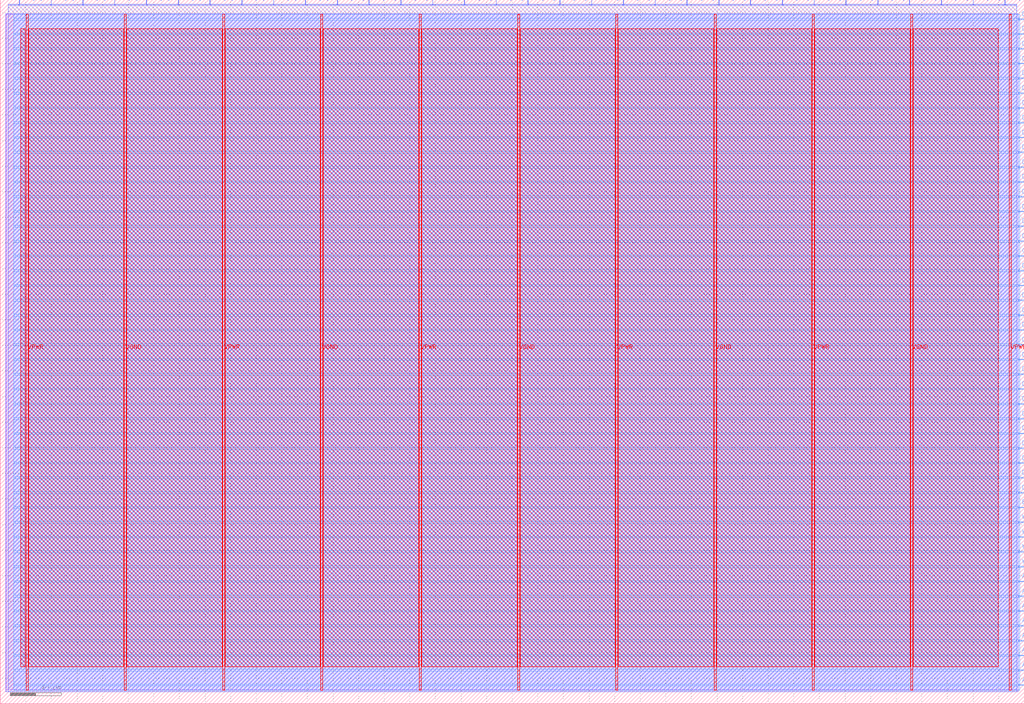
<source format=lef>
VERSION 5.7 ;
  NOWIREEXTENSIONATPIN ON ;
  DIVIDERCHAR "/" ;
  BUSBITCHARS "[]" ;
MACRO RAM256
  CLASS BLOCK ;
  FOREIGN RAM256 ;
  ORIGIN 0.000 0.000 ;
  SIZE 800.000 BY 550.000 ;
  PIN A0[0]
    DIRECTION INPUT ;
    USE SIGNAL ;
    PORT
      LAYER met3 ;
        RECT 796.000 14.320 800.000 14.920 ;
    END
  END A0[0]
  PIN A0[1]
    DIRECTION INPUT ;
    USE SIGNAL ;
    PORT
      LAYER met3 ;
        RECT 796.000 25.880 800.000 26.480 ;
    END
  END A0[1]
  PIN A0[2]
    DIRECTION INPUT ;
    USE SIGNAL ;
    PORT
      LAYER met3 ;
        RECT 796.000 37.440 800.000 38.040 ;
    END
  END A0[2]
  PIN A0[3]
    DIRECTION INPUT ;
    USE SIGNAL ;
    PORT
      LAYER met3 ;
        RECT 796.000 49.000 800.000 49.600 ;
    END
  END A0[3]
  PIN A0[4]
    DIRECTION INPUT ;
    USE SIGNAL ;
    PORT
      LAYER met3 ;
        RECT 796.000 60.560 800.000 61.160 ;
    END
  END A0[4]
  PIN A0[5]
    DIRECTION INPUT ;
    USE SIGNAL ;
    PORT
      LAYER met3 ;
        RECT 796.000 72.120 800.000 72.720 ;
    END
  END A0[5]
  PIN A0[6]
    DIRECTION INPUT ;
    USE SIGNAL ;
    PORT
      LAYER met3 ;
        RECT 796.000 83.680 800.000 84.280 ;
    END
  END A0[6]
  PIN A0[7]
    DIRECTION INPUT ;
    USE SIGNAL ;
    PORT
      LAYER met3 ;
        RECT 796.000 95.240 800.000 95.840 ;
    END
  END A0[7]
  PIN CLK
    DIRECTION INPUT ;
    USE SIGNAL ;
    PORT
      LAYER met3 ;
        RECT 796.000 349.560 800.000 350.160 ;
    END
  END CLK
  PIN Di0[0]
    DIRECTION INPUT ;
    USE SIGNAL ;
    PORT
      LAYER met3 ;
        RECT 796.000 164.600 800.000 165.200 ;
    END
  END Di0[0]
  PIN Di0[10]
    DIRECTION INPUT ;
    USE SIGNAL ;
    PORT
      LAYER met3 ;
        RECT 796.000 280.200 800.000 280.800 ;
    END
  END Di0[10]
  PIN Di0[11]
    DIRECTION INPUT ;
    USE SIGNAL ;
    PORT
      LAYER met3 ;
        RECT 796.000 291.760 800.000 292.360 ;
    END
  END Di0[11]
  PIN Di0[12]
    DIRECTION INPUT ;
    USE SIGNAL ;
    PORT
      LAYER met3 ;
        RECT 796.000 303.320 800.000 303.920 ;
    END
  END Di0[12]
  PIN Di0[13]
    DIRECTION INPUT ;
    USE SIGNAL ;
    PORT
      LAYER met3 ;
        RECT 796.000 314.880 800.000 315.480 ;
    END
  END Di0[13]
  PIN Di0[14]
    DIRECTION INPUT ;
    USE SIGNAL ;
    PORT
      LAYER met3 ;
        RECT 796.000 326.440 800.000 327.040 ;
    END
  END Di0[14]
  PIN Di0[15]
    DIRECTION INPUT ;
    USE SIGNAL ;
    PORT
      LAYER met3 ;
        RECT 796.000 338.000 800.000 338.600 ;
    END
  END Di0[15]
  PIN Di0[16]
    DIRECTION INPUT ;
    USE SIGNAL ;
    PORT
      LAYER met3 ;
        RECT 796.000 361.120 800.000 361.720 ;
    END
  END Di0[16]
  PIN Di0[17]
    DIRECTION INPUT ;
    USE SIGNAL ;
    PORT
      LAYER met3 ;
        RECT 796.000 372.680 800.000 373.280 ;
    END
  END Di0[17]
  PIN Di0[18]
    DIRECTION INPUT ;
    USE SIGNAL ;
    PORT
      LAYER met3 ;
        RECT 796.000 384.240 800.000 384.840 ;
    END
  END Di0[18]
  PIN Di0[19]
    DIRECTION INPUT ;
    USE SIGNAL ;
    PORT
      LAYER met3 ;
        RECT 796.000 395.800 800.000 396.400 ;
    END
  END Di0[19]
  PIN Di0[1]
    DIRECTION INPUT ;
    USE SIGNAL ;
    PORT
      LAYER met3 ;
        RECT 796.000 176.160 800.000 176.760 ;
    END
  END Di0[1]
  PIN Di0[20]
    DIRECTION INPUT ;
    USE SIGNAL ;
    PORT
      LAYER met3 ;
        RECT 796.000 407.360 800.000 407.960 ;
    END
  END Di0[20]
  PIN Di0[21]
    DIRECTION INPUT ;
    USE SIGNAL ;
    PORT
      LAYER met3 ;
        RECT 796.000 418.920 800.000 419.520 ;
    END
  END Di0[21]
  PIN Di0[22]
    DIRECTION INPUT ;
    USE SIGNAL ;
    PORT
      LAYER met3 ;
        RECT 796.000 430.480 800.000 431.080 ;
    END
  END Di0[22]
  PIN Di0[23]
    DIRECTION INPUT ;
    USE SIGNAL ;
    PORT
      LAYER met3 ;
        RECT 796.000 442.040 800.000 442.640 ;
    END
  END Di0[23]
  PIN Di0[24]
    DIRECTION INPUT ;
    USE SIGNAL ;
    PORT
      LAYER met3 ;
        RECT 796.000 453.600 800.000 454.200 ;
    END
  END Di0[24]
  PIN Di0[25]
    DIRECTION INPUT ;
    USE SIGNAL ;
    PORT
      LAYER met3 ;
        RECT 796.000 465.160 800.000 465.760 ;
    END
  END Di0[25]
  PIN Di0[26]
    DIRECTION INPUT ;
    USE SIGNAL ;
    PORT
      LAYER met3 ;
        RECT 796.000 476.720 800.000 477.320 ;
    END
  END Di0[26]
  PIN Di0[27]
    DIRECTION INPUT ;
    USE SIGNAL ;
    PORT
      LAYER met3 ;
        RECT 796.000 488.280 800.000 488.880 ;
    END
  END Di0[27]
  PIN Di0[28]
    DIRECTION INPUT ;
    USE SIGNAL ;
    PORT
      LAYER met3 ;
        RECT 796.000 499.840 800.000 500.440 ;
    END
  END Di0[28]
  PIN Di0[29]
    DIRECTION INPUT ;
    USE SIGNAL ;
    PORT
      LAYER met3 ;
        RECT 796.000 511.400 800.000 512.000 ;
    END
  END Di0[29]
  PIN Di0[2]
    DIRECTION INPUT ;
    USE SIGNAL ;
    PORT
      LAYER met3 ;
        RECT 796.000 187.720 800.000 188.320 ;
    END
  END Di0[2]
  PIN Di0[30]
    DIRECTION INPUT ;
    USE SIGNAL ;
    PORT
      LAYER met3 ;
        RECT 796.000 522.960 800.000 523.560 ;
    END
  END Di0[30]
  PIN Di0[31]
    DIRECTION INPUT ;
    USE SIGNAL ;
    PORT
      LAYER met3 ;
        RECT 796.000 534.520 800.000 535.120 ;
    END
  END Di0[31]
  PIN Di0[3]
    DIRECTION INPUT ;
    USE SIGNAL ;
    PORT
      LAYER met3 ;
        RECT 796.000 199.280 800.000 199.880 ;
    END
  END Di0[3]
  PIN Di0[4]
    DIRECTION INPUT ;
    USE SIGNAL ;
    PORT
      LAYER met3 ;
        RECT 796.000 210.840 800.000 211.440 ;
    END
  END Di0[4]
  PIN Di0[5]
    DIRECTION INPUT ;
    USE SIGNAL ;
    PORT
      LAYER met3 ;
        RECT 796.000 222.400 800.000 223.000 ;
    END
  END Di0[5]
  PIN Di0[6]
    DIRECTION INPUT ;
    USE SIGNAL ;
    PORT
      LAYER met3 ;
        RECT 796.000 233.960 800.000 234.560 ;
    END
  END Di0[6]
  PIN Di0[7]
    DIRECTION INPUT ;
    USE SIGNAL ;
    PORT
      LAYER met3 ;
        RECT 796.000 245.520 800.000 246.120 ;
    END
  END Di0[7]
  PIN Di0[8]
    DIRECTION INPUT ;
    USE SIGNAL ;
    PORT
      LAYER met3 ;
        RECT 796.000 257.080 800.000 257.680 ;
    END
  END Di0[8]
  PIN Di0[9]
    DIRECTION INPUT ;
    USE SIGNAL ;
    PORT
      LAYER met3 ;
        RECT 796.000 268.640 800.000 269.240 ;
    END
  END Di0[9]
  PIN Do0[0]
    DIRECTION OUTPUT TRISTATE ;
    USE SIGNAL ;
    PORT
      LAYER met2 ;
        RECT 14.810 546.000 15.090 550.000 ;
    END
  END Do0[0]
  PIN Do0[10]
    DIRECTION OUTPUT TRISTATE ;
    USE SIGNAL ;
    PORT
      LAYER met2 ;
        RECT 263.210 546.000 263.490 550.000 ;
    END
  END Do0[10]
  PIN Do0[11]
    DIRECTION OUTPUT TRISTATE ;
    USE SIGNAL ;
    PORT
      LAYER met2 ;
        RECT 288.050 546.000 288.330 550.000 ;
    END
  END Do0[11]
  PIN Do0[12]
    DIRECTION OUTPUT TRISTATE ;
    USE SIGNAL ;
    PORT
      LAYER met2 ;
        RECT 312.890 546.000 313.170 550.000 ;
    END
  END Do0[12]
  PIN Do0[13]
    DIRECTION OUTPUT TRISTATE ;
    USE SIGNAL ;
    PORT
      LAYER met2 ;
        RECT 337.730 546.000 338.010 550.000 ;
    END
  END Do0[13]
  PIN Do0[14]
    DIRECTION OUTPUT TRISTATE ;
    USE SIGNAL ;
    PORT
      LAYER met2 ;
        RECT 362.570 546.000 362.850 550.000 ;
    END
  END Do0[14]
  PIN Do0[15]
    DIRECTION OUTPUT TRISTATE ;
    USE SIGNAL ;
    PORT
      LAYER met2 ;
        RECT 387.410 546.000 387.690 550.000 ;
    END
  END Do0[15]
  PIN Do0[16]
    DIRECTION OUTPUT TRISTATE ;
    USE SIGNAL ;
    PORT
      LAYER met2 ;
        RECT 412.250 546.000 412.530 550.000 ;
    END
  END Do0[16]
  PIN Do0[17]
    DIRECTION OUTPUT TRISTATE ;
    USE SIGNAL ;
    PORT
      LAYER met2 ;
        RECT 437.090 546.000 437.370 550.000 ;
    END
  END Do0[17]
  PIN Do0[18]
    DIRECTION OUTPUT TRISTATE ;
    USE SIGNAL ;
    PORT
      LAYER met2 ;
        RECT 461.930 546.000 462.210 550.000 ;
    END
  END Do0[18]
  PIN Do0[19]
    DIRECTION OUTPUT TRISTATE ;
    USE SIGNAL ;
    PORT
      LAYER met2 ;
        RECT 486.770 546.000 487.050 550.000 ;
    END
  END Do0[19]
  PIN Do0[1]
    DIRECTION OUTPUT TRISTATE ;
    USE SIGNAL ;
    PORT
      LAYER met2 ;
        RECT 39.650 546.000 39.930 550.000 ;
    END
  END Do0[1]
  PIN Do0[20]
    DIRECTION OUTPUT TRISTATE ;
    USE SIGNAL ;
    PORT
      LAYER met2 ;
        RECT 511.610 546.000 511.890 550.000 ;
    END
  END Do0[20]
  PIN Do0[21]
    DIRECTION OUTPUT TRISTATE ;
    USE SIGNAL ;
    PORT
      LAYER met2 ;
        RECT 536.450 546.000 536.730 550.000 ;
    END
  END Do0[21]
  PIN Do0[22]
    DIRECTION OUTPUT TRISTATE ;
    USE SIGNAL ;
    PORT
      LAYER met2 ;
        RECT 561.290 546.000 561.570 550.000 ;
    END
  END Do0[22]
  PIN Do0[23]
    DIRECTION OUTPUT TRISTATE ;
    USE SIGNAL ;
    PORT
      LAYER met2 ;
        RECT 586.130 546.000 586.410 550.000 ;
    END
  END Do0[23]
  PIN Do0[24]
    DIRECTION OUTPUT TRISTATE ;
    USE SIGNAL ;
    PORT
      LAYER met2 ;
        RECT 610.970 546.000 611.250 550.000 ;
    END
  END Do0[24]
  PIN Do0[25]
    DIRECTION OUTPUT TRISTATE ;
    USE SIGNAL ;
    PORT
      LAYER met2 ;
        RECT 635.810 546.000 636.090 550.000 ;
    END
  END Do0[25]
  PIN Do0[26]
    DIRECTION OUTPUT TRISTATE ;
    USE SIGNAL ;
    PORT
      LAYER met2 ;
        RECT 660.650 546.000 660.930 550.000 ;
    END
  END Do0[26]
  PIN Do0[27]
    DIRECTION OUTPUT TRISTATE ;
    USE SIGNAL ;
    PORT
      LAYER met2 ;
        RECT 685.490 546.000 685.770 550.000 ;
    END
  END Do0[27]
  PIN Do0[28]
    DIRECTION OUTPUT TRISTATE ;
    USE SIGNAL ;
    PORT
      LAYER met2 ;
        RECT 710.330 546.000 710.610 550.000 ;
    END
  END Do0[28]
  PIN Do0[29]
    DIRECTION OUTPUT TRISTATE ;
    USE SIGNAL ;
    PORT
      LAYER met2 ;
        RECT 735.170 546.000 735.450 550.000 ;
    END
  END Do0[29]
  PIN Do0[2]
    DIRECTION OUTPUT TRISTATE ;
    USE SIGNAL ;
    PORT
      LAYER met2 ;
        RECT 64.490 546.000 64.770 550.000 ;
    END
  END Do0[2]
  PIN Do0[30]
    DIRECTION OUTPUT TRISTATE ;
    USE SIGNAL ;
    PORT
      LAYER met2 ;
        RECT 760.010 546.000 760.290 550.000 ;
    END
  END Do0[30]
  PIN Do0[31]
    DIRECTION OUTPUT TRISTATE ;
    USE SIGNAL ;
    PORT
      LAYER met2 ;
        RECT 784.850 546.000 785.130 550.000 ;
    END
  END Do0[31]
  PIN Do0[3]
    DIRECTION OUTPUT TRISTATE ;
    USE SIGNAL ;
    PORT
      LAYER met2 ;
        RECT 89.330 546.000 89.610 550.000 ;
    END
  END Do0[3]
  PIN Do0[4]
    DIRECTION OUTPUT TRISTATE ;
    USE SIGNAL ;
    PORT
      LAYER met2 ;
        RECT 114.170 546.000 114.450 550.000 ;
    END
  END Do0[4]
  PIN Do0[5]
    DIRECTION OUTPUT TRISTATE ;
    USE SIGNAL ;
    PORT
      LAYER met2 ;
        RECT 139.010 546.000 139.290 550.000 ;
    END
  END Do0[5]
  PIN Do0[6]
    DIRECTION OUTPUT TRISTATE ;
    USE SIGNAL ;
    PORT
      LAYER met2 ;
        RECT 163.850 546.000 164.130 550.000 ;
    END
  END Do0[6]
  PIN Do0[7]
    DIRECTION OUTPUT TRISTATE ;
    USE SIGNAL ;
    PORT
      LAYER met2 ;
        RECT 188.690 546.000 188.970 550.000 ;
    END
  END Do0[7]
  PIN Do0[8]
    DIRECTION OUTPUT TRISTATE ;
    USE SIGNAL ;
    PORT
      LAYER met2 ;
        RECT 213.530 546.000 213.810 550.000 ;
    END
  END Do0[8]
  PIN Do0[9]
    DIRECTION OUTPUT TRISTATE ;
    USE SIGNAL ;
    PORT
      LAYER met2 ;
        RECT 238.370 546.000 238.650 550.000 ;
    END
  END Do0[9]
  PIN EN0
    DIRECTION INPUT ;
    USE SIGNAL ;
    PORT
      LAYER met3 ;
        RECT 796.000 153.040 800.000 153.640 ;
    END
  END EN0
  PIN VGND
    DIRECTION INOUT ;
    USE GROUND ;
    PORT
      LAYER met4 ;
        RECT 96.920 10.640 98.520 538.800 ;
    END
    PORT
      LAYER met4 ;
        RECT 250.520 10.640 252.120 538.800 ;
    END
    PORT
      LAYER met4 ;
        RECT 404.120 10.640 405.720 538.800 ;
    END
    PORT
      LAYER met4 ;
        RECT 557.720 10.640 559.320 538.800 ;
    END
    PORT
      LAYER met4 ;
        RECT 711.320 10.640 712.920 538.800 ;
    END
  END VGND
  PIN VPWR
    DIRECTION INOUT ;
    USE POWER ;
    PORT
      LAYER met4 ;
        RECT 20.120 10.640 21.720 538.800 ;
    END
    PORT
      LAYER met4 ;
        RECT 173.720 10.640 175.320 538.800 ;
    END
    PORT
      LAYER met4 ;
        RECT 327.320 10.640 328.920 538.800 ;
    END
    PORT
      LAYER met4 ;
        RECT 480.920 10.640 482.520 538.800 ;
    END
    PORT
      LAYER met4 ;
        RECT 634.520 10.640 636.120 538.800 ;
    END
    PORT
      LAYER met4 ;
        RECT 788.120 10.640 789.720 538.800 ;
    END
  END VPWR
  PIN WE0[0]
    DIRECTION INPUT ;
    USE SIGNAL ;
    PORT
      LAYER met3 ;
        RECT 796.000 106.800 800.000 107.400 ;
    END
  END WE0[0]
  PIN WE0[1]
    DIRECTION INPUT ;
    USE SIGNAL ;
    PORT
      LAYER met3 ;
        RECT 796.000 118.360 800.000 118.960 ;
    END
  END WE0[1]
  PIN WE0[2]
    DIRECTION INPUT ;
    USE SIGNAL ;
    PORT
      LAYER met3 ;
        RECT 796.000 129.920 800.000 130.520 ;
    END
  END WE0[2]
  PIN WE0[3]
    DIRECTION INPUT ;
    USE SIGNAL ;
    PORT
      LAYER met3 ;
        RECT 796.000 141.480 800.000 142.080 ;
    END
  END WE0[3]
  OBS
      LAYER li1 ;
        RECT 4.600 10.795 795.340 538.645 ;
      LAYER met1 ;
        RECT 4.300 9.220 795.340 539.200 ;
      LAYER met2 ;
        RECT 6.080 545.720 14.530 546.450 ;
        RECT 15.370 545.720 39.370 546.450 ;
        RECT 40.210 545.720 64.210 546.450 ;
        RECT 65.050 545.720 89.050 546.450 ;
        RECT 89.890 545.720 113.890 546.450 ;
        RECT 114.730 545.720 138.730 546.450 ;
        RECT 139.570 545.720 163.570 546.450 ;
        RECT 164.410 545.720 188.410 546.450 ;
        RECT 189.250 545.720 213.250 546.450 ;
        RECT 214.090 545.720 238.090 546.450 ;
        RECT 238.930 545.720 262.930 546.450 ;
        RECT 263.770 545.720 287.770 546.450 ;
        RECT 288.610 545.720 312.610 546.450 ;
        RECT 313.450 545.720 337.450 546.450 ;
        RECT 338.290 545.720 362.290 546.450 ;
        RECT 363.130 545.720 387.130 546.450 ;
        RECT 387.970 545.720 411.970 546.450 ;
        RECT 412.810 545.720 436.810 546.450 ;
        RECT 437.650 545.720 461.650 546.450 ;
        RECT 462.490 545.720 486.490 546.450 ;
        RECT 487.330 545.720 511.330 546.450 ;
        RECT 512.170 545.720 536.170 546.450 ;
        RECT 537.010 545.720 561.010 546.450 ;
        RECT 561.850 545.720 585.850 546.450 ;
        RECT 586.690 545.720 610.690 546.450 ;
        RECT 611.530 545.720 635.530 546.450 ;
        RECT 636.370 545.720 660.370 546.450 ;
        RECT 661.210 545.720 685.210 546.450 ;
        RECT 686.050 545.720 710.050 546.450 ;
        RECT 710.890 545.720 734.890 546.450 ;
        RECT 735.730 545.720 759.730 546.450 ;
        RECT 760.570 545.720 784.570 546.450 ;
        RECT 785.410 545.720 794.320 546.450 ;
        RECT 6.080 9.190 794.320 545.720 ;
      LAYER met3 ;
        RECT 10.645 535.520 796.410 538.725 ;
        RECT 10.645 534.120 795.600 535.520 ;
        RECT 10.645 523.960 796.410 534.120 ;
        RECT 10.645 522.560 795.600 523.960 ;
        RECT 10.645 512.400 796.410 522.560 ;
        RECT 10.645 511.000 795.600 512.400 ;
        RECT 10.645 500.840 796.410 511.000 ;
        RECT 10.645 499.440 795.600 500.840 ;
        RECT 10.645 489.280 796.410 499.440 ;
        RECT 10.645 487.880 795.600 489.280 ;
        RECT 10.645 477.720 796.410 487.880 ;
        RECT 10.645 476.320 795.600 477.720 ;
        RECT 10.645 466.160 796.410 476.320 ;
        RECT 10.645 464.760 795.600 466.160 ;
        RECT 10.645 454.600 796.410 464.760 ;
        RECT 10.645 453.200 795.600 454.600 ;
        RECT 10.645 443.040 796.410 453.200 ;
        RECT 10.645 441.640 795.600 443.040 ;
        RECT 10.645 431.480 796.410 441.640 ;
        RECT 10.645 430.080 795.600 431.480 ;
        RECT 10.645 419.920 796.410 430.080 ;
        RECT 10.645 418.520 795.600 419.920 ;
        RECT 10.645 408.360 796.410 418.520 ;
        RECT 10.645 406.960 795.600 408.360 ;
        RECT 10.645 396.800 796.410 406.960 ;
        RECT 10.645 395.400 795.600 396.800 ;
        RECT 10.645 385.240 796.410 395.400 ;
        RECT 10.645 383.840 795.600 385.240 ;
        RECT 10.645 373.680 796.410 383.840 ;
        RECT 10.645 372.280 795.600 373.680 ;
        RECT 10.645 362.120 796.410 372.280 ;
        RECT 10.645 360.720 795.600 362.120 ;
        RECT 10.645 350.560 796.410 360.720 ;
        RECT 10.645 349.160 795.600 350.560 ;
        RECT 10.645 339.000 796.410 349.160 ;
        RECT 10.645 337.600 795.600 339.000 ;
        RECT 10.645 327.440 796.410 337.600 ;
        RECT 10.645 326.040 795.600 327.440 ;
        RECT 10.645 315.880 796.410 326.040 ;
        RECT 10.645 314.480 795.600 315.880 ;
        RECT 10.645 304.320 796.410 314.480 ;
        RECT 10.645 302.920 795.600 304.320 ;
        RECT 10.645 292.760 796.410 302.920 ;
        RECT 10.645 291.360 795.600 292.760 ;
        RECT 10.645 281.200 796.410 291.360 ;
        RECT 10.645 279.800 795.600 281.200 ;
        RECT 10.645 269.640 796.410 279.800 ;
        RECT 10.645 268.240 795.600 269.640 ;
        RECT 10.645 258.080 796.410 268.240 ;
        RECT 10.645 256.680 795.600 258.080 ;
        RECT 10.645 246.520 796.410 256.680 ;
        RECT 10.645 245.120 795.600 246.520 ;
        RECT 10.645 234.960 796.410 245.120 ;
        RECT 10.645 233.560 795.600 234.960 ;
        RECT 10.645 223.400 796.410 233.560 ;
        RECT 10.645 222.000 795.600 223.400 ;
        RECT 10.645 211.840 796.410 222.000 ;
        RECT 10.645 210.440 795.600 211.840 ;
        RECT 10.645 200.280 796.410 210.440 ;
        RECT 10.645 198.880 795.600 200.280 ;
        RECT 10.645 188.720 796.410 198.880 ;
        RECT 10.645 187.320 795.600 188.720 ;
        RECT 10.645 177.160 796.410 187.320 ;
        RECT 10.645 175.760 795.600 177.160 ;
        RECT 10.645 165.600 796.410 175.760 ;
        RECT 10.645 164.200 795.600 165.600 ;
        RECT 10.645 154.040 796.410 164.200 ;
        RECT 10.645 152.640 795.600 154.040 ;
        RECT 10.645 142.480 796.410 152.640 ;
        RECT 10.645 141.080 795.600 142.480 ;
        RECT 10.645 130.920 796.410 141.080 ;
        RECT 10.645 129.520 795.600 130.920 ;
        RECT 10.645 119.360 796.410 129.520 ;
        RECT 10.645 117.960 795.600 119.360 ;
        RECT 10.645 107.800 796.410 117.960 ;
        RECT 10.645 106.400 795.600 107.800 ;
        RECT 10.645 96.240 796.410 106.400 ;
        RECT 10.645 94.840 795.600 96.240 ;
        RECT 10.645 84.680 796.410 94.840 ;
        RECT 10.645 83.280 795.600 84.680 ;
        RECT 10.645 73.120 796.410 83.280 ;
        RECT 10.645 71.720 795.600 73.120 ;
        RECT 10.645 61.560 796.410 71.720 ;
        RECT 10.645 60.160 795.600 61.560 ;
        RECT 10.645 50.000 796.410 60.160 ;
        RECT 10.645 48.600 795.600 50.000 ;
        RECT 10.645 38.440 796.410 48.600 ;
        RECT 10.645 37.040 795.600 38.440 ;
        RECT 10.645 26.880 796.410 37.040 ;
        RECT 10.645 25.480 795.600 26.880 ;
        RECT 10.645 15.320 796.410 25.480 ;
        RECT 10.645 13.920 795.600 15.320 ;
        RECT 10.645 10.715 796.410 13.920 ;
      LAYER met4 ;
        RECT 15.935 28.735 19.720 527.505 ;
        RECT 22.120 28.735 96.520 527.505 ;
        RECT 98.920 28.735 173.320 527.505 ;
        RECT 175.720 28.735 250.120 527.505 ;
        RECT 252.520 28.735 326.920 527.505 ;
        RECT 329.320 28.735 403.720 527.505 ;
        RECT 406.120 28.735 480.520 527.505 ;
        RECT 482.920 28.735 557.320 527.505 ;
        RECT 559.720 28.735 634.120 527.505 ;
        RECT 636.520 28.735 710.920 527.505 ;
        RECT 713.320 28.735 779.865 527.505 ;
  END
END RAM256
END LIBRARY


</source>
